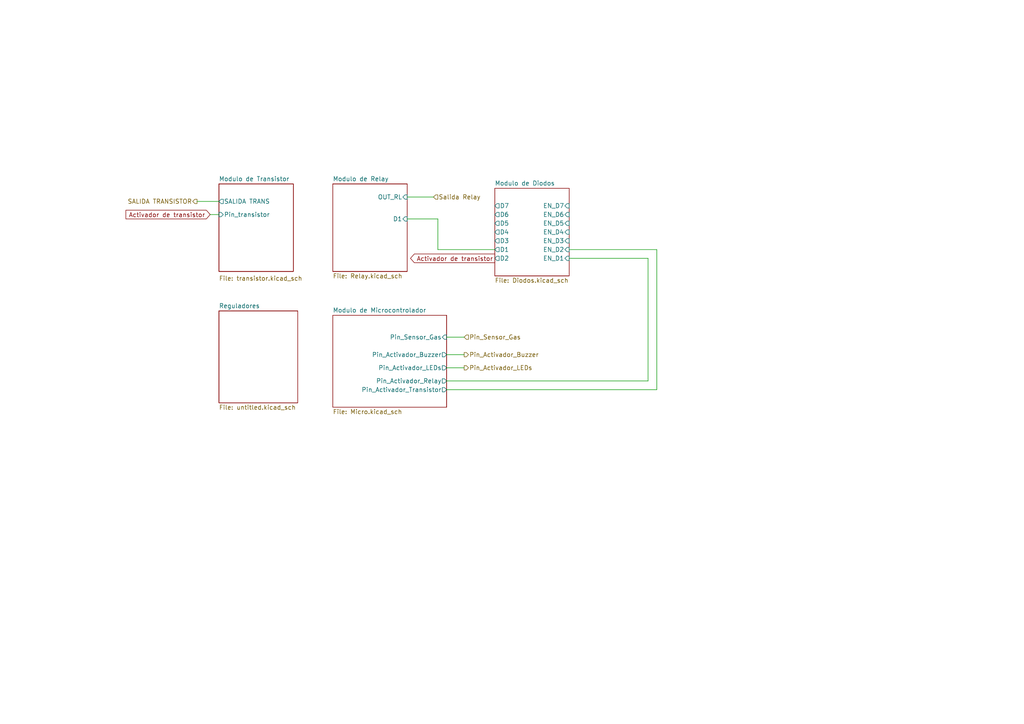
<source format=kicad_sch>
(kicad_sch (version 20230121) (generator eeschema)
  (paper "A4")
  (lib_symbols)
  (wire (pts (xy 129.54 97.79) (xy 134.62 97.79)))
  (wire (pts (xy 57.15 58.42) (xy 63.5 58.42)))
  (wire (pts (xy 190.5 72.39) (xy 165.1 72.39)))
  (wire (pts (xy 187.96 110.49) (xy 187.96 74.93)))
  (wire (pts (xy 129.54 113.03) (xy 190.5 113.03)))
  (wire (pts (xy 60.96 62.23) (xy 63.5 62.23)))
  (wire (pts (xy 127 63.5) (xy 127 72.39)))
  (wire (pts (xy 129.54 106.68) (xy 134.62 106.68)))
  (wire (pts (xy 129.54 110.49) (xy 187.96 110.49)))
  (wire (pts (xy 190.5 72.39) (xy 190.5 113.03)))
  (wire (pts (xy 127 72.39) (xy 143.51 72.39)))
  (wire (pts (xy 127 63.5) (xy 118.11 63.5)))
  (wire (pts (xy 129.54 102.87) (xy 134.62 102.87)))
  (wire (pts (xy 187.96 74.93) (xy 165.1 74.93)))
  (wire (pts (xy 118.11 57.15) (xy 125.73 57.15)))
  (global_label "Activador de transistor" (shape output) (at 143.51 74.93 180) (property "Intersheetrefs" "${INTERSHEET_REFS}" (effects hide)))
  (global_label "Activador de transistor" (shape input) (at 60.96 62.23 180) (property "Intersheetrefs" "${INTERSHEET_REFS}" (effects hide)))
  (hierarchical_label "Pin_Activador_Buzzer" (shape output) (at 134.62 102.87 0))
  (hierarchical_label "SALIDA TRANSISTOR" (shape output) (at 57.15 58.42 180))
  (hierarchical_label "Pin_Sensor_Gas" (shape input) (at 134.62 97.79 0))
  (hierarchical_label "Pin_Activador_LEDs" (shape output) (at 134.62 106.68 0))
  (hierarchical_label "Salida Relay" (shape input) (at 125.73 57.15 0))
  (sheet (at 96.52 53.34) (size 21.59 25.4) (stroke (width 0.1524))
    (property "Sheetname" "Modulo de Relay" (at 96.52 52.6284 0) (effects (justify left bottom)))
    (property "Sheetfile" "Relay.kicad_sch" (at 96.52 79.3246 0) (effects (justify left top)))
    (pin "OUT_RL" input (at 118.11 57.15 0))
    (pin "D1" input (at 118.11 63.5 0))
  )
  (sheet (at 96.52 91.44) (size 33.02 26.67) (stroke (width 0.1524))
    (property "Sheetname" "Modulo de Microcontrolador" (at 96.52 90.7284 0) (effects (justify left bottom)))
    (property "Sheetfile" "Micro.kicad_sch" (at 96.52 118.6946 0) (effects (justify left top)))
    (pin "Pin_Sensor_Gas" input (at 129.54 97.79 0))
    (pin "Pin_Activador_Buzzer" output (at 129.54 102.87 0))
    (pin "Pin_Activador_LEDs" output (at 129.54 106.68 0))
    (pin "Pin_Activador_Transistor" output (at 129.54 113.03 0))
    (pin "Pin_Activador_Relay" output (at 129.54 110.49 0))
  )
  (sheet (at 63.5 53.34) (size 21.59 25.4) (stroke (width 0.1524))
    (property "Sheetname" "Modulo de Transistor" (at 63.5 52.6284 0) (effects (justify left bottom)))
    (property "Sheetfile" "transistor.kicad_sch" (at 63.5 80.01 0) (effects (justify left top)))
    (pin "SALIDA TRANS" output (at 63.5 58.42 180))
    (pin "Pin_transistor" input (at 63.5 62.23 180))
  )
  (sheet (at 143.51 54.61) (size 21.59 25.4) (stroke (width 0.1524))
    (property "Sheetname" "Modulo de Diodos" (at 143.51 53.8984 0) (effects (justify left bottom)))
    (property "Sheetfile" "Diodos.kicad_sch" (at 143.51 80.5946 0) (effects (justify left top)))
    (pin "D6" output (at 143.51 62.23 180))
    (pin "D7" output (at 143.51 59.69 180))
    (pin "D5" output (at 143.51 64.77 180))
    (pin "D4" output (at 143.51 67.31 180))
    (pin "D3" output (at 143.51 69.85 180))
    (pin "D1" output (at 143.51 72.39 180))
    (pin "D2" output (at 143.51 74.93 180))
    (pin "EN_D6" input (at 165.1 62.23 0))
    (pin "EN_D7" input (at 165.1 59.69 0))
    (pin "EN_D2" input (at 165.1 72.39 0))
    (pin "EN_D1" input (at 165.1 74.93 0))
    (pin "EN_D3" input (at 165.1 69.85 0))
    (pin "EN_D4" input (at 165.1 67.31 0))
    (pin "EN_D5" input (at 165.1 64.77 0))
  )
  (sheet (at 63.5 90.17) (size 22.86 26.67) (stroke (width 0.1524))
    (property "Sheetname" "Reguladores" (at 63.5 89.4584 0) (effects (justify left bottom)))
    (property "Sheetfile" "untitled.kicad_sch" (at 63.5 117.4246 0) (effects (justify left top)))
  )
)
</source>
